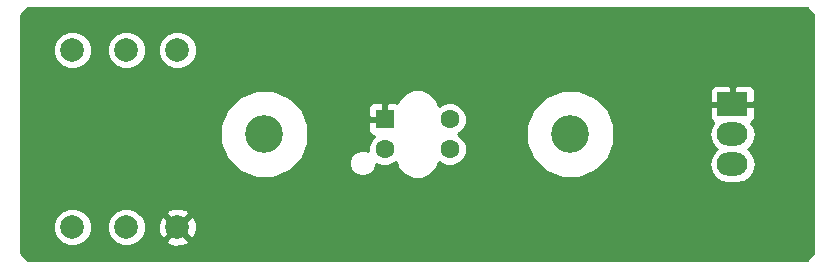
<source format=gbr>
G04 #@! TF.FileFunction,Copper,L2,Bot,Signal*
%FSLAX46Y46*%
G04 Gerber Fmt 4.6, Leading zero omitted, Abs format (unit mm)*
G04 Created by KiCad (PCBNEW 4.0.2+e4-6225~38~ubuntu15.04.1-stable) date zo 31 jul 2016 04:59:36 CEST*
%MOMM*%
G01*
G04 APERTURE LIST*
%ADD10C,0.100000*%
%ADD11C,1.998980*%
%ADD12R,2.600000X2.000000*%
%ADD13O,2.600000X2.000000*%
%ADD14R,1.600000X1.600000*%
%ADD15C,1.600000*%
%ADD16C,3.200000*%
%ADD17C,0.254000*%
G04 APERTURE END LIST*
D10*
D11*
X126492000Y-105664000D03*
X126492000Y-90664000D03*
D12*
X177800000Y-95250000D03*
D13*
X177800000Y-97790000D03*
X177800000Y-100330000D03*
D11*
X121920000Y-105664000D03*
X121920000Y-90664000D03*
X130810000Y-105664000D03*
X130810000Y-90664000D03*
D14*
X148380000Y-96520000D03*
D15*
X148380000Y-99060000D03*
X153880000Y-99060000D03*
X153880000Y-96520000D03*
D16*
X138176000Y-97790000D03*
X164084000Y-97790000D03*
D17*
G36*
X184658000Y-87682606D02*
X184658000Y-107897394D01*
X184097394Y-108458000D01*
X118162606Y-108458000D01*
X117602000Y-107897394D01*
X117602000Y-105987694D01*
X120285226Y-105987694D01*
X120533538Y-106588655D01*
X120992927Y-107048846D01*
X121593453Y-107298206D01*
X122243694Y-107298774D01*
X122844655Y-107050462D01*
X123304846Y-106591073D01*
X123554206Y-105990547D01*
X123554208Y-105987694D01*
X124857226Y-105987694D01*
X125105538Y-106588655D01*
X125564927Y-107048846D01*
X126165453Y-107298206D01*
X126815694Y-107298774D01*
X127416655Y-107050462D01*
X127651363Y-106816163D01*
X129837443Y-106816163D01*
X129936042Y-107082965D01*
X130545582Y-107309401D01*
X131195377Y-107285341D01*
X131683958Y-107082965D01*
X131782557Y-106816163D01*
X130810000Y-105843605D01*
X129837443Y-106816163D01*
X127651363Y-106816163D01*
X127876846Y-106591073D01*
X128126206Y-105990547D01*
X128126722Y-105399582D01*
X129164599Y-105399582D01*
X129188659Y-106049377D01*
X129391035Y-106537958D01*
X129657837Y-106636557D01*
X130630395Y-105664000D01*
X130989605Y-105664000D01*
X131962163Y-106636557D01*
X132228965Y-106537958D01*
X132455401Y-105928418D01*
X132431341Y-105278623D01*
X132228965Y-104790042D01*
X131962163Y-104691443D01*
X130989605Y-105664000D01*
X130630395Y-105664000D01*
X129657837Y-104691443D01*
X129391035Y-104790042D01*
X129164599Y-105399582D01*
X128126722Y-105399582D01*
X128126774Y-105340306D01*
X127878462Y-104739345D01*
X127651351Y-104511837D01*
X129837443Y-104511837D01*
X130810000Y-105484395D01*
X131782557Y-104511837D01*
X131683958Y-104245035D01*
X131074418Y-104018599D01*
X130424623Y-104042659D01*
X129936042Y-104245035D01*
X129837443Y-104511837D01*
X127651351Y-104511837D01*
X127419073Y-104279154D01*
X126818547Y-104029794D01*
X126168306Y-104029226D01*
X125567345Y-104277538D01*
X125107154Y-104736927D01*
X124857794Y-105337453D01*
X124857226Y-105987694D01*
X123554208Y-105987694D01*
X123554774Y-105340306D01*
X123306462Y-104739345D01*
X122847073Y-104279154D01*
X122246547Y-104029794D01*
X121596306Y-104029226D01*
X120995345Y-104277538D01*
X120535154Y-104736927D01*
X120285794Y-105337453D01*
X120285226Y-105987694D01*
X117602000Y-105987694D01*
X117602000Y-98528094D01*
X134448355Y-98528094D01*
X135014561Y-99898418D01*
X136062068Y-100947754D01*
X137431402Y-101516351D01*
X138914094Y-101517645D01*
X140284418Y-100951439D01*
X140771931Y-100464775D01*
X145344803Y-100464775D01*
X145517233Y-100882086D01*
X145836235Y-101201645D01*
X146253244Y-101374803D01*
X146704775Y-101375197D01*
X147122086Y-101202767D01*
X147441645Y-100883765D01*
X147614803Y-100466756D01*
X147614952Y-100296119D01*
X148093309Y-100494750D01*
X148664187Y-100495248D01*
X149191800Y-100277243D01*
X149291817Y-100177400D01*
X149531043Y-100756372D01*
X150060839Y-101287093D01*
X150753405Y-101574672D01*
X151503305Y-101575326D01*
X152196372Y-101288957D01*
X152727093Y-100759161D01*
X152968416Y-100177992D01*
X153066077Y-100275824D01*
X153593309Y-100494750D01*
X154164187Y-100495248D01*
X154691800Y-100277243D01*
X155095824Y-99873923D01*
X155314750Y-99346691D01*
X155315248Y-98775813D01*
X155212893Y-98528094D01*
X160356355Y-98528094D01*
X160922561Y-99898418D01*
X161970068Y-100947754D01*
X163339402Y-101516351D01*
X164822094Y-101517645D01*
X166192418Y-100951439D01*
X167241754Y-99903932D01*
X167810351Y-98534598D01*
X167811000Y-97790000D01*
X175827091Y-97790000D01*
X175951548Y-98415687D01*
X176305971Y-98946120D01*
X176476405Y-99060000D01*
X176305971Y-99173880D01*
X175951548Y-99704313D01*
X175827091Y-100330000D01*
X175951548Y-100955687D01*
X176305971Y-101486120D01*
X176836404Y-101840543D01*
X177462091Y-101965000D01*
X178137909Y-101965000D01*
X178763596Y-101840543D01*
X179294029Y-101486120D01*
X179648452Y-100955687D01*
X179772909Y-100330000D01*
X179648452Y-99704313D01*
X179294029Y-99173880D01*
X179123595Y-99060000D01*
X179294029Y-98946120D01*
X179648452Y-98415687D01*
X179772909Y-97790000D01*
X179648452Y-97164313D01*
X179410769Y-96808594D01*
X179459699Y-96788327D01*
X179638327Y-96609698D01*
X179735000Y-96376309D01*
X179735000Y-95535750D01*
X179576250Y-95377000D01*
X177927000Y-95377000D01*
X177927000Y-95397000D01*
X177673000Y-95397000D01*
X177673000Y-95377000D01*
X176023750Y-95377000D01*
X175865000Y-95535750D01*
X175865000Y-96376309D01*
X175961673Y-96609698D01*
X176140301Y-96788327D01*
X176189231Y-96808594D01*
X175951548Y-97164313D01*
X175827091Y-97790000D01*
X167811000Y-97790000D01*
X167811645Y-97051906D01*
X167245439Y-95681582D01*
X166197932Y-94632246D01*
X164973196Y-94123691D01*
X175865000Y-94123691D01*
X175865000Y-94964250D01*
X176023750Y-95123000D01*
X177673000Y-95123000D01*
X177673000Y-93773750D01*
X177927000Y-93773750D01*
X177927000Y-95123000D01*
X179576250Y-95123000D01*
X179735000Y-94964250D01*
X179735000Y-94123691D01*
X179638327Y-93890302D01*
X179459699Y-93711673D01*
X179226310Y-93615000D01*
X178085750Y-93615000D01*
X177927000Y-93773750D01*
X177673000Y-93773750D01*
X177514250Y-93615000D01*
X176373690Y-93615000D01*
X176140301Y-93711673D01*
X175961673Y-93890302D01*
X175865000Y-94123691D01*
X164973196Y-94123691D01*
X164828598Y-94063649D01*
X163345906Y-94062355D01*
X161975582Y-94628561D01*
X160926246Y-95676068D01*
X160357649Y-97045402D01*
X160356355Y-98528094D01*
X155212893Y-98528094D01*
X155097243Y-98248200D01*
X154693923Y-97844176D01*
X154563785Y-97790138D01*
X154691800Y-97737243D01*
X155095824Y-97333923D01*
X155314750Y-96806691D01*
X155315248Y-96235813D01*
X155097243Y-95708200D01*
X154693923Y-95304176D01*
X154166691Y-95085250D01*
X153595813Y-95084752D01*
X153068200Y-95302757D01*
X152968183Y-95402600D01*
X152728957Y-94823628D01*
X152199161Y-94292907D01*
X151506595Y-94005328D01*
X150756695Y-94004674D01*
X150063628Y-94291043D01*
X149532907Y-94820839D01*
X149406061Y-95126319D01*
X149306309Y-95085000D01*
X148665750Y-95085000D01*
X148507000Y-95243750D01*
X148507000Y-96393000D01*
X148527000Y-96393000D01*
X148527000Y-96647000D01*
X148507000Y-96647000D01*
X148507000Y-96667000D01*
X148253000Y-96667000D01*
X148253000Y-96647000D01*
X147103750Y-96647000D01*
X146945000Y-96805750D01*
X146945000Y-97446310D01*
X147041673Y-97679699D01*
X147220302Y-97858327D01*
X147453691Y-97955000D01*
X147455761Y-97955000D01*
X147164176Y-98246077D01*
X146945250Y-98773309D01*
X146944874Y-99204073D01*
X146706756Y-99105197D01*
X146255225Y-99104803D01*
X145837914Y-99277233D01*
X145518355Y-99596235D01*
X145345197Y-100013244D01*
X145344803Y-100464775D01*
X140771931Y-100464775D01*
X141333754Y-99903932D01*
X141902351Y-98534598D01*
X141903645Y-97051906D01*
X141337439Y-95681582D01*
X141249701Y-95593690D01*
X146945000Y-95593690D01*
X146945000Y-96234250D01*
X147103750Y-96393000D01*
X148253000Y-96393000D01*
X148253000Y-95243750D01*
X148094250Y-95085000D01*
X147453691Y-95085000D01*
X147220302Y-95181673D01*
X147041673Y-95360301D01*
X146945000Y-95593690D01*
X141249701Y-95593690D01*
X140289932Y-94632246D01*
X138920598Y-94063649D01*
X137437906Y-94062355D01*
X136067582Y-94628561D01*
X135018246Y-95676068D01*
X134449649Y-97045402D01*
X134448355Y-98528094D01*
X117602000Y-98528094D01*
X117602000Y-90987694D01*
X120285226Y-90987694D01*
X120533538Y-91588655D01*
X120992927Y-92048846D01*
X121593453Y-92298206D01*
X122243694Y-92298774D01*
X122844655Y-92050462D01*
X123304846Y-91591073D01*
X123554206Y-90990547D01*
X123554208Y-90987694D01*
X124857226Y-90987694D01*
X125105538Y-91588655D01*
X125564927Y-92048846D01*
X126165453Y-92298206D01*
X126815694Y-92298774D01*
X127416655Y-92050462D01*
X127876846Y-91591073D01*
X128126206Y-90990547D01*
X128126208Y-90987694D01*
X129175226Y-90987694D01*
X129423538Y-91588655D01*
X129882927Y-92048846D01*
X130483453Y-92298206D01*
X131133694Y-92298774D01*
X131734655Y-92050462D01*
X132194846Y-91591073D01*
X132444206Y-90990547D01*
X132444774Y-90340306D01*
X132196462Y-89739345D01*
X131737073Y-89279154D01*
X131136547Y-89029794D01*
X130486306Y-89029226D01*
X129885345Y-89277538D01*
X129425154Y-89736927D01*
X129175794Y-90337453D01*
X129175226Y-90987694D01*
X128126208Y-90987694D01*
X128126774Y-90340306D01*
X127878462Y-89739345D01*
X127419073Y-89279154D01*
X126818547Y-89029794D01*
X126168306Y-89029226D01*
X125567345Y-89277538D01*
X125107154Y-89736927D01*
X124857794Y-90337453D01*
X124857226Y-90987694D01*
X123554208Y-90987694D01*
X123554774Y-90340306D01*
X123306462Y-89739345D01*
X122847073Y-89279154D01*
X122246547Y-89029794D01*
X121596306Y-89029226D01*
X120995345Y-89277538D01*
X120535154Y-89736927D01*
X120285794Y-90337453D01*
X120285226Y-90987694D01*
X117602000Y-90987694D01*
X117602000Y-87682606D01*
X118162606Y-87122000D01*
X184097394Y-87122000D01*
X184658000Y-87682606D01*
X184658000Y-87682606D01*
G37*
X184658000Y-87682606D02*
X184658000Y-107897394D01*
X184097394Y-108458000D01*
X118162606Y-108458000D01*
X117602000Y-107897394D01*
X117602000Y-105987694D01*
X120285226Y-105987694D01*
X120533538Y-106588655D01*
X120992927Y-107048846D01*
X121593453Y-107298206D01*
X122243694Y-107298774D01*
X122844655Y-107050462D01*
X123304846Y-106591073D01*
X123554206Y-105990547D01*
X123554208Y-105987694D01*
X124857226Y-105987694D01*
X125105538Y-106588655D01*
X125564927Y-107048846D01*
X126165453Y-107298206D01*
X126815694Y-107298774D01*
X127416655Y-107050462D01*
X127651363Y-106816163D01*
X129837443Y-106816163D01*
X129936042Y-107082965D01*
X130545582Y-107309401D01*
X131195377Y-107285341D01*
X131683958Y-107082965D01*
X131782557Y-106816163D01*
X130810000Y-105843605D01*
X129837443Y-106816163D01*
X127651363Y-106816163D01*
X127876846Y-106591073D01*
X128126206Y-105990547D01*
X128126722Y-105399582D01*
X129164599Y-105399582D01*
X129188659Y-106049377D01*
X129391035Y-106537958D01*
X129657837Y-106636557D01*
X130630395Y-105664000D01*
X130989605Y-105664000D01*
X131962163Y-106636557D01*
X132228965Y-106537958D01*
X132455401Y-105928418D01*
X132431341Y-105278623D01*
X132228965Y-104790042D01*
X131962163Y-104691443D01*
X130989605Y-105664000D01*
X130630395Y-105664000D01*
X129657837Y-104691443D01*
X129391035Y-104790042D01*
X129164599Y-105399582D01*
X128126722Y-105399582D01*
X128126774Y-105340306D01*
X127878462Y-104739345D01*
X127651351Y-104511837D01*
X129837443Y-104511837D01*
X130810000Y-105484395D01*
X131782557Y-104511837D01*
X131683958Y-104245035D01*
X131074418Y-104018599D01*
X130424623Y-104042659D01*
X129936042Y-104245035D01*
X129837443Y-104511837D01*
X127651351Y-104511837D01*
X127419073Y-104279154D01*
X126818547Y-104029794D01*
X126168306Y-104029226D01*
X125567345Y-104277538D01*
X125107154Y-104736927D01*
X124857794Y-105337453D01*
X124857226Y-105987694D01*
X123554208Y-105987694D01*
X123554774Y-105340306D01*
X123306462Y-104739345D01*
X122847073Y-104279154D01*
X122246547Y-104029794D01*
X121596306Y-104029226D01*
X120995345Y-104277538D01*
X120535154Y-104736927D01*
X120285794Y-105337453D01*
X120285226Y-105987694D01*
X117602000Y-105987694D01*
X117602000Y-98528094D01*
X134448355Y-98528094D01*
X135014561Y-99898418D01*
X136062068Y-100947754D01*
X137431402Y-101516351D01*
X138914094Y-101517645D01*
X140284418Y-100951439D01*
X140771931Y-100464775D01*
X145344803Y-100464775D01*
X145517233Y-100882086D01*
X145836235Y-101201645D01*
X146253244Y-101374803D01*
X146704775Y-101375197D01*
X147122086Y-101202767D01*
X147441645Y-100883765D01*
X147614803Y-100466756D01*
X147614952Y-100296119D01*
X148093309Y-100494750D01*
X148664187Y-100495248D01*
X149191800Y-100277243D01*
X149291817Y-100177400D01*
X149531043Y-100756372D01*
X150060839Y-101287093D01*
X150753405Y-101574672D01*
X151503305Y-101575326D01*
X152196372Y-101288957D01*
X152727093Y-100759161D01*
X152968416Y-100177992D01*
X153066077Y-100275824D01*
X153593309Y-100494750D01*
X154164187Y-100495248D01*
X154691800Y-100277243D01*
X155095824Y-99873923D01*
X155314750Y-99346691D01*
X155315248Y-98775813D01*
X155212893Y-98528094D01*
X160356355Y-98528094D01*
X160922561Y-99898418D01*
X161970068Y-100947754D01*
X163339402Y-101516351D01*
X164822094Y-101517645D01*
X166192418Y-100951439D01*
X167241754Y-99903932D01*
X167810351Y-98534598D01*
X167811000Y-97790000D01*
X175827091Y-97790000D01*
X175951548Y-98415687D01*
X176305971Y-98946120D01*
X176476405Y-99060000D01*
X176305971Y-99173880D01*
X175951548Y-99704313D01*
X175827091Y-100330000D01*
X175951548Y-100955687D01*
X176305971Y-101486120D01*
X176836404Y-101840543D01*
X177462091Y-101965000D01*
X178137909Y-101965000D01*
X178763596Y-101840543D01*
X179294029Y-101486120D01*
X179648452Y-100955687D01*
X179772909Y-100330000D01*
X179648452Y-99704313D01*
X179294029Y-99173880D01*
X179123595Y-99060000D01*
X179294029Y-98946120D01*
X179648452Y-98415687D01*
X179772909Y-97790000D01*
X179648452Y-97164313D01*
X179410769Y-96808594D01*
X179459699Y-96788327D01*
X179638327Y-96609698D01*
X179735000Y-96376309D01*
X179735000Y-95535750D01*
X179576250Y-95377000D01*
X177927000Y-95377000D01*
X177927000Y-95397000D01*
X177673000Y-95397000D01*
X177673000Y-95377000D01*
X176023750Y-95377000D01*
X175865000Y-95535750D01*
X175865000Y-96376309D01*
X175961673Y-96609698D01*
X176140301Y-96788327D01*
X176189231Y-96808594D01*
X175951548Y-97164313D01*
X175827091Y-97790000D01*
X167811000Y-97790000D01*
X167811645Y-97051906D01*
X167245439Y-95681582D01*
X166197932Y-94632246D01*
X164973196Y-94123691D01*
X175865000Y-94123691D01*
X175865000Y-94964250D01*
X176023750Y-95123000D01*
X177673000Y-95123000D01*
X177673000Y-93773750D01*
X177927000Y-93773750D01*
X177927000Y-95123000D01*
X179576250Y-95123000D01*
X179735000Y-94964250D01*
X179735000Y-94123691D01*
X179638327Y-93890302D01*
X179459699Y-93711673D01*
X179226310Y-93615000D01*
X178085750Y-93615000D01*
X177927000Y-93773750D01*
X177673000Y-93773750D01*
X177514250Y-93615000D01*
X176373690Y-93615000D01*
X176140301Y-93711673D01*
X175961673Y-93890302D01*
X175865000Y-94123691D01*
X164973196Y-94123691D01*
X164828598Y-94063649D01*
X163345906Y-94062355D01*
X161975582Y-94628561D01*
X160926246Y-95676068D01*
X160357649Y-97045402D01*
X160356355Y-98528094D01*
X155212893Y-98528094D01*
X155097243Y-98248200D01*
X154693923Y-97844176D01*
X154563785Y-97790138D01*
X154691800Y-97737243D01*
X155095824Y-97333923D01*
X155314750Y-96806691D01*
X155315248Y-96235813D01*
X155097243Y-95708200D01*
X154693923Y-95304176D01*
X154166691Y-95085250D01*
X153595813Y-95084752D01*
X153068200Y-95302757D01*
X152968183Y-95402600D01*
X152728957Y-94823628D01*
X152199161Y-94292907D01*
X151506595Y-94005328D01*
X150756695Y-94004674D01*
X150063628Y-94291043D01*
X149532907Y-94820839D01*
X149406061Y-95126319D01*
X149306309Y-95085000D01*
X148665750Y-95085000D01*
X148507000Y-95243750D01*
X148507000Y-96393000D01*
X148527000Y-96393000D01*
X148527000Y-96647000D01*
X148507000Y-96647000D01*
X148507000Y-96667000D01*
X148253000Y-96667000D01*
X148253000Y-96647000D01*
X147103750Y-96647000D01*
X146945000Y-96805750D01*
X146945000Y-97446310D01*
X147041673Y-97679699D01*
X147220302Y-97858327D01*
X147453691Y-97955000D01*
X147455761Y-97955000D01*
X147164176Y-98246077D01*
X146945250Y-98773309D01*
X146944874Y-99204073D01*
X146706756Y-99105197D01*
X146255225Y-99104803D01*
X145837914Y-99277233D01*
X145518355Y-99596235D01*
X145345197Y-100013244D01*
X145344803Y-100464775D01*
X140771931Y-100464775D01*
X141333754Y-99903932D01*
X141902351Y-98534598D01*
X141903645Y-97051906D01*
X141337439Y-95681582D01*
X141249701Y-95593690D01*
X146945000Y-95593690D01*
X146945000Y-96234250D01*
X147103750Y-96393000D01*
X148253000Y-96393000D01*
X148253000Y-95243750D01*
X148094250Y-95085000D01*
X147453691Y-95085000D01*
X147220302Y-95181673D01*
X147041673Y-95360301D01*
X146945000Y-95593690D01*
X141249701Y-95593690D01*
X140289932Y-94632246D01*
X138920598Y-94063649D01*
X137437906Y-94062355D01*
X136067582Y-94628561D01*
X135018246Y-95676068D01*
X134449649Y-97045402D01*
X134448355Y-98528094D01*
X117602000Y-98528094D01*
X117602000Y-90987694D01*
X120285226Y-90987694D01*
X120533538Y-91588655D01*
X120992927Y-92048846D01*
X121593453Y-92298206D01*
X122243694Y-92298774D01*
X122844655Y-92050462D01*
X123304846Y-91591073D01*
X123554206Y-90990547D01*
X123554208Y-90987694D01*
X124857226Y-90987694D01*
X125105538Y-91588655D01*
X125564927Y-92048846D01*
X126165453Y-92298206D01*
X126815694Y-92298774D01*
X127416655Y-92050462D01*
X127876846Y-91591073D01*
X128126206Y-90990547D01*
X128126208Y-90987694D01*
X129175226Y-90987694D01*
X129423538Y-91588655D01*
X129882927Y-92048846D01*
X130483453Y-92298206D01*
X131133694Y-92298774D01*
X131734655Y-92050462D01*
X132194846Y-91591073D01*
X132444206Y-90990547D01*
X132444774Y-90340306D01*
X132196462Y-89739345D01*
X131737073Y-89279154D01*
X131136547Y-89029794D01*
X130486306Y-89029226D01*
X129885345Y-89277538D01*
X129425154Y-89736927D01*
X129175794Y-90337453D01*
X129175226Y-90987694D01*
X128126208Y-90987694D01*
X128126774Y-90340306D01*
X127878462Y-89739345D01*
X127419073Y-89279154D01*
X126818547Y-89029794D01*
X126168306Y-89029226D01*
X125567345Y-89277538D01*
X125107154Y-89736927D01*
X124857794Y-90337453D01*
X124857226Y-90987694D01*
X123554208Y-90987694D01*
X123554774Y-90340306D01*
X123306462Y-89739345D01*
X122847073Y-89279154D01*
X122246547Y-89029794D01*
X121596306Y-89029226D01*
X120995345Y-89277538D01*
X120535154Y-89736927D01*
X120285794Y-90337453D01*
X120285226Y-90987694D01*
X117602000Y-90987694D01*
X117602000Y-87682606D01*
X118162606Y-87122000D01*
X184097394Y-87122000D01*
X184658000Y-87682606D01*
M02*

</source>
